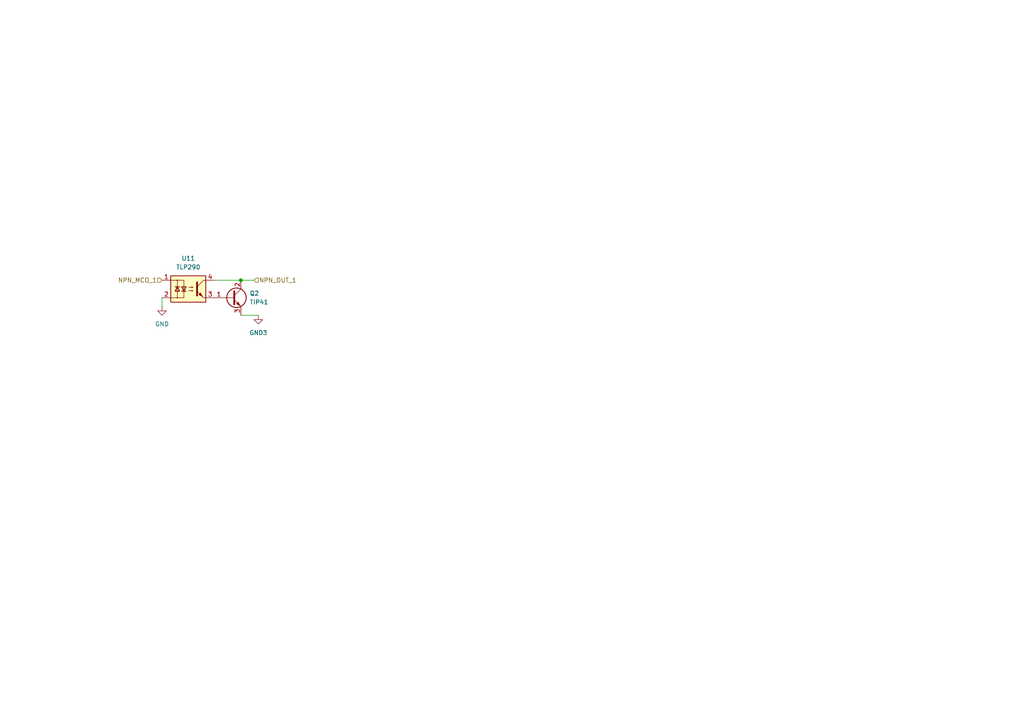
<source format=kicad_sch>
(kicad_sch
	(version 20250114)
	(generator "eeschema")
	(generator_version "9.0")
	(uuid "2120cc10-b0d2-4737-9a53-64d0136dab71")
	(paper "A4")
	(lib_symbols
		(symbol "Isolator:TLP290"
			(pin_names
				(offset 1.016)
			)
			(exclude_from_sim no)
			(in_bom yes)
			(on_board yes)
			(property "Reference" "U"
				(at -5.08 5.08 0)
				(effects
					(font
						(size 1.27 1.27)
					)
					(justify left)
				)
			)
			(property "Value" "TLP290"
				(at 0 5.08 0)
				(effects
					(font
						(size 1.27 1.27)
					)
					(justify left)
				)
			)
			(property "Footprint" "Package_SO:SOP-4_4.4x2.6mm_P1.27mm"
				(at -21.59 -5.08 0)
				(effects
					(font
						(size 1.27 1.27)
						(italic yes)
					)
					(justify left)
					(hide yes)
				)
			)
			(property "Datasheet" "https://toshiba.semicon-storage.com/info/docget.jsp?did=12882&prodName=TLP290"
				(at 0.635 0 0)
				(effects
					(font
						(size 1.27 1.27)
					)
					(justify left)
					(hide yes)
				)
			)
			(property "Description" "AC/DC Phototransistor Optocoupler, Vce 80V, CTR 50-600%, not recommended for new designs, SOP4"
				(at 0 0 0)
				(effects
					(font
						(size 1.27 1.27)
					)
					(hide yes)
				)
			)
			(property "ki_keywords" "NPN AC DC Phototransistor Optocoupler"
				(at 0 0 0)
				(effects
					(font
						(size 1.27 1.27)
					)
					(hide yes)
				)
			)
			(property "ki_fp_filters" "SOP*4*4.4x2.6mm*P1.27mm*"
				(at 0 0 0)
				(effects
					(font
						(size 1.27 1.27)
					)
					(hide yes)
				)
			)
			(symbol "TLP290_0_1"
				(rectangle
					(start -5.08 3.81)
					(end 5.08 -3.81)
					(stroke
						(width 0.254)
						(type default)
					)
					(fill
						(type background)
					)
				)
				(polyline
					(pts
						(xy -5.08 2.54) (xy -1.27 2.54) (xy -1.27 -0.635)
					)
					(stroke
						(width 0)
						(type default)
					)
					(fill
						(type none)
					)
				)
				(polyline
					(pts
						(xy -3.81 0.635) (xy -2.54 0.635)
					)
					(stroke
						(width 0.254)
						(type default)
					)
					(fill
						(type none)
					)
				)
				(circle
					(center -3.175 2.54)
					(radius 0.127)
					(stroke
						(width 0)
						(type default)
					)
					(fill
						(type none)
					)
				)
				(polyline
					(pts
						(xy -3.175 0.635) (xy -3.81 -0.635) (xy -2.54 -0.635) (xy -3.175 0.635)
					)
					(stroke
						(width 0.254)
						(type default)
					)
					(fill
						(type none)
					)
				)
				(polyline
					(pts
						(xy -3.175 -0.635) (xy -3.175 2.54)
					)
					(stroke
						(width 0)
						(type default)
					)
					(fill
						(type none)
					)
				)
				(polyline
					(pts
						(xy -3.175 -0.635) (xy -3.175 -2.54)
					)
					(stroke
						(width 0)
						(type default)
					)
					(fill
						(type none)
					)
				)
				(circle
					(center -3.175 -2.54)
					(radius 0.127)
					(stroke
						(width 0)
						(type default)
					)
					(fill
						(type none)
					)
				)
				(polyline
					(pts
						(xy -1.905 -0.635) (xy -0.635 -0.635)
					)
					(stroke
						(width 0.254)
						(type default)
					)
					(fill
						(type none)
					)
				)
				(polyline
					(pts
						(xy -1.27 -0.635) (xy -1.27 -2.54) (xy -5.08 -2.54)
					)
					(stroke
						(width 0)
						(type default)
					)
					(fill
						(type none)
					)
				)
				(polyline
					(pts
						(xy -1.27 -0.635) (xy -1.905 0.635) (xy -0.635 0.635) (xy -1.27 -0.635)
					)
					(stroke
						(width 0.254)
						(type default)
					)
					(fill
						(type none)
					)
				)
				(polyline
					(pts
						(xy 0.127 0.508) (xy 1.397 0.508) (xy 1.016 0.381) (xy 1.016 0.635) (xy 1.397 0.508)
					)
					(stroke
						(width 0)
						(type default)
					)
					(fill
						(type none)
					)
				)
				(polyline
					(pts
						(xy 0.127 -0.508) (xy 1.397 -0.508) (xy 1.016 -0.635) (xy 1.016 -0.381) (xy 1.397 -0.508)
					)
					(stroke
						(width 0)
						(type default)
					)
					(fill
						(type none)
					)
				)
				(polyline
					(pts
						(xy 2.54 1.905) (xy 2.54 -1.905)
					)
					(stroke
						(width 0.508)
						(type default)
					)
					(fill
						(type none)
					)
				)
				(polyline
					(pts
						(xy 2.54 0.635) (xy 4.445 2.54)
					)
					(stroke
						(width 0)
						(type default)
					)
					(fill
						(type none)
					)
				)
				(polyline
					(pts
						(xy 3.048 -1.651) (xy 3.556 -1.143) (xy 4.064 -2.159) (xy 3.048 -1.651)
					)
					(stroke
						(width 0)
						(type default)
					)
					(fill
						(type outline)
					)
				)
				(polyline
					(pts
						(xy 4.445 2.54) (xy 5.08 2.54)
					)
					(stroke
						(width 0)
						(type default)
					)
					(fill
						(type none)
					)
				)
				(polyline
					(pts
						(xy 4.445 -2.54) (xy 2.54 -0.635)
					)
					(stroke
						(width 0)
						(type default)
					)
					(fill
						(type outline)
					)
				)
				(polyline
					(pts
						(xy 4.445 -2.54) (xy 5.08 -2.54)
					)
					(stroke
						(width 0)
						(type default)
					)
					(fill
						(type none)
					)
				)
			)
			(symbol "TLP290_1_1"
				(pin passive line
					(at -7.62 2.54 0)
					(length 2.54)
					(name "~"
						(effects
							(font
								(size 1.27 1.27)
							)
						)
					)
					(number "1"
						(effects
							(font
								(size 1.27 1.27)
							)
						)
					)
				)
				(pin passive line
					(at -7.62 -2.54 0)
					(length 2.54)
					(name "~"
						(effects
							(font
								(size 1.27 1.27)
							)
						)
					)
					(number "2"
						(effects
							(font
								(size 1.27 1.27)
							)
						)
					)
				)
				(pin passive line
					(at 7.62 2.54 180)
					(length 2.54)
					(name "~"
						(effects
							(font
								(size 1.27 1.27)
							)
						)
					)
					(number "4"
						(effects
							(font
								(size 1.27 1.27)
							)
						)
					)
				)
				(pin passive line
					(at 7.62 -2.54 180)
					(length 2.54)
					(name "~"
						(effects
							(font
								(size 1.27 1.27)
							)
						)
					)
					(number "3"
						(effects
							(font
								(size 1.27 1.27)
							)
						)
					)
				)
			)
			(embedded_fonts no)
		)
		(symbol "Transistor_BJT:TIP41"
			(pin_names
				(offset 0)
				(hide yes)
			)
			(exclude_from_sim no)
			(in_bom yes)
			(on_board yes)
			(property "Reference" "Q"
				(at 6.35 1.905 0)
				(effects
					(font
						(size 1.27 1.27)
					)
					(justify left)
				)
			)
			(property "Value" "TIP41"
				(at 6.35 0 0)
				(effects
					(font
						(size 1.27 1.27)
					)
					(justify left)
				)
			)
			(property "Footprint" "Package_TO_SOT_THT:TO-220-3_Vertical"
				(at 6.35 -1.905 0)
				(effects
					(font
						(size 1.27 1.27)
						(italic yes)
					)
					(justify left)
					(hide yes)
				)
			)
			(property "Datasheet" "https://www.centralsemi.com/get_document.php?cmp=1&mergetype=pd&mergepath=pd&pdf_id=tip41.PDF"
				(at 0 0 0)
				(effects
					(font
						(size 1.27 1.27)
					)
					(justify left)
					(hide yes)
				)
			)
			(property "Description" "6A Ic, 40V Vce, Power NPN Transistor, TO-220"
				(at 0 0 0)
				(effects
					(font
						(size 1.27 1.27)
					)
					(hide yes)
				)
			)
			(property "ki_keywords" "power NPN Transistor"
				(at 0 0 0)
				(effects
					(font
						(size 1.27 1.27)
					)
					(hide yes)
				)
			)
			(property "ki_fp_filters" "TO?220*"
				(at 0 0 0)
				(effects
					(font
						(size 1.27 1.27)
					)
					(hide yes)
				)
			)
			(symbol "TIP41_0_1"
				(polyline
					(pts
						(xy -2.54 0) (xy 0.635 0)
					)
					(stroke
						(width 0)
						(type default)
					)
					(fill
						(type none)
					)
				)
				(polyline
					(pts
						(xy 0.635 1.905) (xy 0.635 -1.905)
					)
					(stroke
						(width 0.508)
						(type default)
					)
					(fill
						(type none)
					)
				)
				(circle
					(center 1.27 0)
					(radius 2.8194)
					(stroke
						(width 0.254)
						(type default)
					)
					(fill
						(type none)
					)
				)
			)
			(symbol "TIP41_1_1"
				(polyline
					(pts
						(xy 0.635 0.635) (xy 2.54 2.54)
					)
					(stroke
						(width 0)
						(type default)
					)
					(fill
						(type none)
					)
				)
				(polyline
					(pts
						(xy 0.635 -0.635) (xy 2.54 -2.54)
					)
					(stroke
						(width 0)
						(type default)
					)
					(fill
						(type none)
					)
				)
				(polyline
					(pts
						(xy 1.27 -1.778) (xy 1.778 -1.27) (xy 2.286 -2.286) (xy 1.27 -1.778)
					)
					(stroke
						(width 0)
						(type default)
					)
					(fill
						(type outline)
					)
				)
				(pin input line
					(at -5.08 0 0)
					(length 2.54)
					(name "B"
						(effects
							(font
								(size 1.27 1.27)
							)
						)
					)
					(number "1"
						(effects
							(font
								(size 1.27 1.27)
							)
						)
					)
				)
				(pin passive line
					(at 2.54 5.08 270)
					(length 2.54)
					(name "C"
						(effects
							(font
								(size 1.27 1.27)
							)
						)
					)
					(number "2"
						(effects
							(font
								(size 1.27 1.27)
							)
						)
					)
				)
				(pin passive line
					(at 2.54 -5.08 90)
					(length 2.54)
					(name "E"
						(effects
							(font
								(size 1.27 1.27)
							)
						)
					)
					(number "3"
						(effects
							(font
								(size 1.27 1.27)
							)
						)
					)
				)
			)
			(embedded_fonts no)
		)
		(symbol "power:GND1"
			(power)
			(pin_numbers
				(hide yes)
			)
			(pin_names
				(offset 0)
				(hide yes)
			)
			(exclude_from_sim no)
			(in_bom yes)
			(on_board yes)
			(property "Reference" "#PWR"
				(at 0 -6.35 0)
				(effects
					(font
						(size 1.27 1.27)
					)
					(hide yes)
				)
			)
			(property "Value" "GND1"
				(at 0 -3.81 0)
				(effects
					(font
						(size 1.27 1.27)
					)
				)
			)
			(property "Footprint" ""
				(at 0 0 0)
				(effects
					(font
						(size 1.27 1.27)
					)
					(hide yes)
				)
			)
			(property "Datasheet" ""
				(at 0 0 0)
				(effects
					(font
						(size 1.27 1.27)
					)
					(hide yes)
				)
			)
			(property "Description" "Power symbol creates a global label with name \"GND1\" , ground"
				(at 0 0 0)
				(effects
					(font
						(size 1.27 1.27)
					)
					(hide yes)
				)
			)
			(property "ki_keywords" "global power"
				(at 0 0 0)
				(effects
					(font
						(size 1.27 1.27)
					)
					(hide yes)
				)
			)
			(symbol "GND1_0_1"
				(polyline
					(pts
						(xy 0 0) (xy 0 -1.27) (xy 1.27 -1.27) (xy 0 -2.54) (xy -1.27 -1.27) (xy 0 -1.27)
					)
					(stroke
						(width 0)
						(type default)
					)
					(fill
						(type none)
					)
				)
			)
			(symbol "GND1_1_1"
				(pin power_in line
					(at 0 0 270)
					(length 0)
					(name "~"
						(effects
							(font
								(size 1.27 1.27)
							)
						)
					)
					(number "1"
						(effects
							(font
								(size 1.27 1.27)
							)
						)
					)
				)
			)
			(embedded_fonts no)
		)
		(symbol "power:GND2"
			(power)
			(pin_numbers
				(hide yes)
			)
			(pin_names
				(offset 0)
				(hide yes)
			)
			(exclude_from_sim no)
			(in_bom yes)
			(on_board yes)
			(property "Reference" "#PWR"
				(at 0 -6.35 0)
				(effects
					(font
						(size 1.27 1.27)
					)
					(hide yes)
				)
			)
			(property "Value" "GND2"
				(at 0 -3.81 0)
				(effects
					(font
						(size 1.27 1.27)
					)
				)
			)
			(property "Footprint" ""
				(at 0 0 0)
				(effects
					(font
						(size 1.27 1.27)
					)
					(hide yes)
				)
			)
			(property "Datasheet" ""
				(at 0 0 0)
				(effects
					(font
						(size 1.27 1.27)
					)
					(hide yes)
				)
			)
			(property "Description" "Power symbol creates a global label with name \"GND2\" , ground"
				(at 0 0 0)
				(effects
					(font
						(size 1.27 1.27)
					)
					(hide yes)
				)
			)
			(property "ki_keywords" "global power"
				(at 0 0 0)
				(effects
					(font
						(size 1.27 1.27)
					)
					(hide yes)
				)
			)
			(symbol "GND2_0_1"
				(polyline
					(pts
						(xy 0 0) (xy 0 -1.27) (xy 1.27 -1.27) (xy 0 -2.54) (xy -1.27 -1.27) (xy 0 -1.27)
					)
					(stroke
						(width 0)
						(type default)
					)
					(fill
						(type none)
					)
				)
			)
			(symbol "GND2_1_1"
				(pin power_in line
					(at 0 0 270)
					(length 0)
					(name "~"
						(effects
							(font
								(size 1.27 1.27)
							)
						)
					)
					(number "1"
						(effects
							(font
								(size 1.27 1.27)
							)
						)
					)
				)
			)
			(embedded_fonts no)
		)
	)
	(junction
		(at 69.85 81.28)
		(diameter 0)
		(color 0 0 0 0)
		(uuid "8d72b252-37aa-4479-8d39-244f34a63032")
	)
	(wire
		(pts
			(xy 62.23 81.28) (xy 69.85 81.28)
		)
		(stroke
			(width 0)
			(type default)
		)
		(uuid "155a010a-df3e-4f3c-a437-67f8d754dc3b")
	)
	(wire
		(pts
			(xy 46.99 86.36) (xy 46.99 88.9)
		)
		(stroke
			(width 0)
			(type default)
		)
		(uuid "319bcc86-0af2-4159-b6bc-7a9905839662")
	)
	(wire
		(pts
			(xy 69.85 81.28) (xy 73.66 81.28)
		)
		(stroke
			(width 0)
			(type default)
		)
		(uuid "3845c45e-db81-4328-8a33-7763f71fcddc")
	)
	(wire
		(pts
			(xy 69.85 91.44) (xy 74.93 91.44)
		)
		(stroke
			(width 0)
			(type default)
		)
		(uuid "66330e4b-cb0f-4503-aff4-57e1ebdc9c4f")
	)
	(hierarchical_label "NPN_OUT_1"
		(shape input)
		(at 73.66 81.28 0)
		(effects
			(font
				(size 1.27 1.27)
			)
			(justify left)
		)
		(uuid "192474cd-8f23-4c60-820c-03972a4a8f1a")
	)
	(hierarchical_label "NPN_MCO_1"
		(shape input)
		(at 46.99 81.28 180)
		(effects
			(font
				(size 1.27 1.27)
			)
			(justify right)
		)
		(uuid "a94ba55b-e5b9-46fe-944d-a83510900049")
	)
	(symbol
		(lib_id "power:GND2")
		(at 74.93 91.44 0)
		(unit 1)
		(exclude_from_sim no)
		(in_bom yes)
		(on_board yes)
		(dnp no)
		(fields_autoplaced yes)
		(uuid "04ef1d25-c3e4-48e3-b668-a3aba1641b49")
		(property "Reference" "#PWR064"
			(at 74.93 97.79 0)
			(effects
				(font
					(size 1.27 1.27)
				)
				(hide yes)
			)
		)
		(property "Value" "GND3"
			(at 74.93 96.52 0)
			(effects
				(font
					(size 1.27 1.27)
				)
			)
		)
		(property "Footprint" ""
			(at 74.93 91.44 0)
			(effects
				(font
					(size 1.27 1.27)
				)
				(hide yes)
			)
		)
		(property "Datasheet" ""
			(at 74.93 91.44 0)
			(effects
				(font
					(size 1.27 1.27)
				)
				(hide yes)
			)
		)
		(property "Description" "Power symbol creates a global label with name \"GND2\" , ground"
			(at 74.93 91.44 0)
			(effects
				(font
					(size 1.27 1.27)
				)
				(hide yes)
			)
		)
		(pin "1"
			(uuid "e067d808-2979-460e-94f3-d66e39e4537a")
		)
		(instances
			(project "PLC4UNI_Dev_Board_1.0"
				(path "/7bd5389b-bffc-4135-b1d3-55f66ca2af6c/183b83ff-d684-428d-824b-e48b89d0b10c"
					(reference "#PWR031")
					(unit 1)
				)
				(path "/7bd5389b-bffc-4135-b1d3-55f66ca2af6c/3b3adabc-3727-44ec-82ff-e5398c23acac"
					(reference "#PWR029")
					(unit 1)
				)
				(path "/7bd5389b-bffc-4135-b1d3-55f66ca2af6c/b4fb70e8-d7db-4976-a39c-f3a113c5d02e"
					(reference "#PWR064")
					(unit 1)
				)
			)
		)
	)
	(symbol
		(lib_id "Isolator:TLP290")
		(at 54.61 83.82 0)
		(unit 1)
		(exclude_from_sim no)
		(in_bom yes)
		(on_board yes)
		(dnp no)
		(fields_autoplaced yes)
		(uuid "0f3a9952-8cf6-403d-9882-88928b36bb02")
		(property "Reference" "U16"
			(at 54.61 74.93 0)
			(effects
				(font
					(size 1.27 1.27)
				)
			)
		)
		(property "Value" "TLP290"
			(at 54.61 77.47 0)
			(effects
				(font
					(size 1.27 1.27)
				)
			)
		)
		(property "Footprint" "Package_SO:SOP-4_4.4x2.6mm_P1.27mm"
			(at 33.02 88.9 0)
			(effects
				(font
					(size 1.27 1.27)
					(italic yes)
				)
				(justify left)
				(hide yes)
			)
		)
		(property "Datasheet" "https://toshiba.semicon-storage.com/info/docget.jsp?did=12882&prodName=TLP290"
			(at 55.245 83.82 0)
			(effects
				(font
					(size 1.27 1.27)
				)
				(justify left)
				(hide yes)
			)
		)
		(property "Description" "AC/DC Phototransistor Optocoupler, Vce 80V, CTR 50-600%, not recommended for new designs, SOP4"
			(at 54.61 83.82 0)
			(effects
				(font
					(size 1.27 1.27)
				)
				(hide yes)
			)
		)
		(pin "2"
			(uuid "b9bd667a-d0c5-4d0f-b3bd-221720ce918b")
		)
		(pin "1"
			(uuid "acafb729-9567-46a2-8308-3585118a0a5f")
		)
		(pin "3"
			(uuid "e18c4d8d-77ce-4063-9e4f-5f4c3e85b0f8")
		)
		(pin "4"
			(uuid "447030e9-a16c-4d4f-ab90-9abb219be067")
		)
		(instances
			(project "PLC4UNI_Dev_Board_1.0"
				(path "/7bd5389b-bffc-4135-b1d3-55f66ca2af6c/183b83ff-d684-428d-824b-e48b89d0b10c"
					(reference "U11")
					(unit 1)
				)
				(path "/7bd5389b-bffc-4135-b1d3-55f66ca2af6c/3b3adabc-3727-44ec-82ff-e5398c23acac"
					(reference "U10")
					(unit 1)
				)
				(path "/7bd5389b-bffc-4135-b1d3-55f66ca2af6c/b4fb70e8-d7db-4976-a39c-f3a113c5d02e"
					(reference "U16")
					(unit 1)
				)
			)
		)
	)
	(symbol
		(lib_id "power:GND1")
		(at 46.99 88.9 0)
		(unit 1)
		(exclude_from_sim no)
		(in_bom yes)
		(on_board yes)
		(dnp no)
		(fields_autoplaced yes)
		(uuid "800e3669-6af4-4d06-a5a0-18e2c4c61535")
		(property "Reference" "#PWR053"
			(at 46.99 95.25 0)
			(effects
				(font
					(size 1.27 1.27)
				)
				(hide yes)
			)
		)
		(property "Value" "GND"
			(at 46.99 93.98 0)
			(effects
				(font
					(size 1.27 1.27)
				)
			)
		)
		(property "Footprint" ""
			(at 46.99 88.9 0)
			(effects
				(font
					(size 1.27 1.27)
				)
				(hide yes)
			)
		)
		(property "Datasheet" ""
			(at 46.99 88.9 0)
			(effects
				(font
					(size 1.27 1.27)
				)
				(hide yes)
			)
		)
		(property "Description" "Power symbol creates a global label with name \"GND1\" , ground"
			(at 46.99 88.9 0)
			(effects
				(font
					(size 1.27 1.27)
				)
				(hide yes)
			)
		)
		(pin "1"
			(uuid "e00a475b-0ae8-4bc4-b38b-839fbe4f5872")
		)
		(instances
			(project "PLC4UNI_Dev_Board_1.0"
				(path "/7bd5389b-bffc-4135-b1d3-55f66ca2af6c/183b83ff-d684-428d-824b-e48b89d0b10c"
					(reference "#PWR030")
					(unit 1)
				)
				(path "/7bd5389b-bffc-4135-b1d3-55f66ca2af6c/3b3adabc-3727-44ec-82ff-e5398c23acac"
					(reference "#PWR028")
					(unit 1)
				)
				(path "/7bd5389b-bffc-4135-b1d3-55f66ca2af6c/b4fb70e8-d7db-4976-a39c-f3a113c5d02e"
					(reference "#PWR053")
					(unit 1)
				)
			)
		)
	)
	(symbol
		(lib_id "Transistor_BJT:TIP41")
		(at 67.31 86.36 0)
		(unit 1)
		(exclude_from_sim no)
		(in_bom yes)
		(on_board yes)
		(dnp no)
		(fields_autoplaced yes)
		(uuid "a5f386da-5648-4c09-a9d0-ef36bbabe39f")
		(property "Reference" "Q6"
			(at 72.39 85.0899 0)
			(effects
				(font
					(size 1.27 1.27)
				)
				(justify left)
			)
		)
		(property "Value" "TIP41"
			(at 72.39 87.6299 0)
			(effects
				(font
					(size 1.27 1.27)
				)
				(justify left)
			)
		)
		(property "Footprint" "Package_TO_SOT_SMD:TO-252-2"
			(at 73.66 88.265 0)
			(effects
				(font
					(size 1.27 1.27)
					(italic yes)
				)
				(justify left)
				(hide yes)
			)
		)
		(property "Datasheet" "https://www.centralsemi.com/get_document.php?cmp=1&mergetype=pd&mergepath=pd&pdf_id=tip41.PDF"
			(at 67.31 86.36 0)
			(effects
				(font
					(size 1.27 1.27)
				)
				(justify left)
				(hide yes)
			)
		)
		(property "Description" "6A Ic, 40V Vce, Power NPN Transistor, TO-220"
			(at 67.31 86.36 0)
			(effects
				(font
					(size 1.27 1.27)
				)
				(hide yes)
			)
		)
		(pin "3"
			(uuid "e9f157ea-840b-4aee-b47c-836cad9bac70")
		)
		(pin "1"
			(uuid "a1aa5f42-a022-4c0c-acf4-d0069e7ef097")
		)
		(pin "2"
			(uuid "9239a27c-72a8-46c7-8ac9-7a4061d0c321")
		)
		(instances
			(project "PLC4UNI_Dev_Board_1.0"
				(path "/7bd5389b-bffc-4135-b1d3-55f66ca2af6c/183b83ff-d684-428d-824b-e48b89d0b10c"
					(reference "Q2")
					(unit 1)
				)
				(path "/7bd5389b-bffc-4135-b1d3-55f66ca2af6c/3b3adabc-3727-44ec-82ff-e5398c23acac"
					(reference "Q1")
					(unit 1)
				)
				(path "/7bd5389b-bffc-4135-b1d3-55f66ca2af6c/b4fb70e8-d7db-4976-a39c-f3a113c5d02e"
					(reference "Q6")
					(unit 1)
				)
			)
		)
	)
)

</source>
